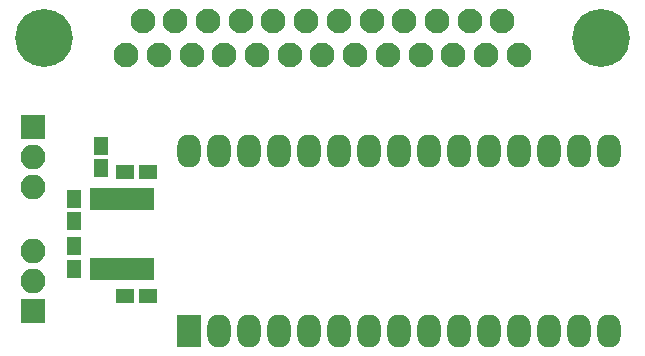
<source format=gts>
G04 #@! TF.FileFunction,Soldermask,Top*
%FSLAX46Y46*%
G04 Gerber Fmt 4.6, Leading zero omitted, Abs format (unit mm)*
G04 Created by KiCad (PCBNEW 4.0.5) date 07/09/17 13:00:44*
%MOMM*%
%LPD*%
G01*
G04 APERTURE LIST*
%ADD10C,0.100000*%
%ADD11R,2.000000X2.800000*%
%ADD12O,2.000000X2.800000*%
%ADD13R,1.600000X1.150000*%
%ADD14R,1.150000X1.600000*%
%ADD15R,2.100000X2.100000*%
%ADD16O,2.100000X2.100000*%
%ADD17R,0.850000X1.900000*%
%ADD18C,4.900000*%
%ADD19C,2.100000*%
G04 APERTURE END LIST*
D10*
D11*
X186220000Y-121240000D03*
D12*
X219240000Y-106000000D03*
X188760000Y-121240000D03*
X216700000Y-106000000D03*
X191300000Y-121240000D03*
X214160000Y-106000000D03*
X193840000Y-121240000D03*
X211620000Y-106000000D03*
X196380000Y-121240000D03*
X209080000Y-106000000D03*
X198920000Y-121240000D03*
X206540000Y-106000000D03*
X201460000Y-121240000D03*
X204000000Y-106000000D03*
X204000000Y-121240000D03*
X201460000Y-106000000D03*
X206540000Y-121240000D03*
X198920000Y-106000000D03*
X209080000Y-121240000D03*
X196380000Y-106000000D03*
X211620000Y-121240000D03*
X193840000Y-106000000D03*
X214160000Y-121240000D03*
X191300000Y-106000000D03*
X216700000Y-121240000D03*
X188760000Y-106000000D03*
X219240000Y-121240000D03*
X186220000Y-106000000D03*
X221780000Y-121240000D03*
X221780000Y-106000000D03*
D13*
X182700000Y-107750000D03*
X180800000Y-107750000D03*
X182700000Y-118250000D03*
X180800000Y-118250000D03*
D14*
X176500000Y-114050000D03*
X176500000Y-115950000D03*
X178750000Y-105550000D03*
X178750000Y-107450000D03*
X176500000Y-111950000D03*
X176500000Y-110050000D03*
D15*
X173000000Y-103960000D03*
D16*
X173000000Y-106500000D03*
X173000000Y-109040000D03*
D15*
X173000000Y-119540000D03*
D16*
X173000000Y-117000000D03*
X173000000Y-114460000D03*
D17*
X182775000Y-110050000D03*
X182125000Y-110050000D03*
X181475000Y-110050000D03*
X180825000Y-110050000D03*
X180175000Y-110050000D03*
X179525000Y-110050000D03*
X178875000Y-110050000D03*
X178225000Y-110050000D03*
X178225000Y-115950000D03*
X178875000Y-115950000D03*
X179525000Y-115950000D03*
X180175000Y-115950000D03*
X180825000Y-115950000D03*
X181475000Y-115950000D03*
X182125000Y-115950000D03*
X182775000Y-115950000D03*
D18*
X173950000Y-96420000D03*
X221050000Y-96420000D03*
D19*
X214120000Y-97840000D03*
X211350000Y-97840000D03*
X208580000Y-97840000D03*
X205810000Y-97840000D03*
X203040000Y-97840000D03*
X200270000Y-97840000D03*
X197500000Y-97840000D03*
X194730000Y-97840000D03*
X191960000Y-97840000D03*
X189190000Y-97840000D03*
X186420000Y-97840000D03*
X183650000Y-97840000D03*
X180880000Y-97840000D03*
X212735000Y-95000000D03*
X209965000Y-95000000D03*
X207195000Y-95000000D03*
X204425000Y-95000000D03*
X201655000Y-95000000D03*
X198885000Y-95000000D03*
X196115000Y-95000000D03*
X193345000Y-95000000D03*
X190575000Y-95000000D03*
X187805000Y-95000000D03*
X185035000Y-95000000D03*
X182265000Y-95000000D03*
M02*

</source>
